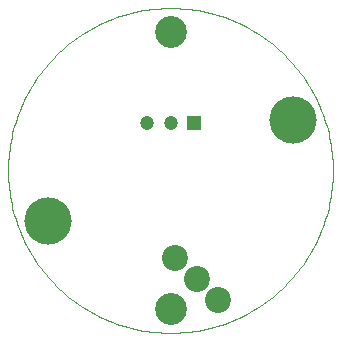
<source format=gbl>
G75*
%MOIN*%
%OFA0B0*%
%FSLAX25Y25*%
%IPPOS*%
%LPD*%
%AMOC8*
5,1,8,0,0,1.08239X$1,22.5*
%
%ADD10C,0.00000*%
%ADD11R,0.04724X0.04724*%
%ADD12C,0.04724*%
%ADD13C,0.08661*%
%ADD14C,0.10630*%
%ADD15C,0.15748*%
D10*
X0055134Y0001000D02*
X0053816Y0001016D01*
X0052498Y0001064D01*
X0051182Y0001144D01*
X0049869Y0001257D01*
X0048559Y0001401D01*
X0047252Y0001577D01*
X0045950Y0001785D01*
X0044654Y0002024D01*
X0043364Y0002295D01*
X0042080Y0002597D01*
X0040805Y0002931D01*
X0039538Y0003295D01*
X0038280Y0003690D01*
X0037033Y0004116D01*
X0035796Y0004572D01*
X0034570Y0005058D01*
X0033357Y0005573D01*
X0032156Y0006118D01*
X0030970Y0006693D01*
X0029797Y0007295D01*
X0028640Y0007926D01*
X0027498Y0008586D01*
X0026373Y0009272D01*
X0025265Y0009986D01*
X0024174Y0010727D01*
X0023102Y0011494D01*
X0022049Y0012287D01*
X0021015Y0013105D01*
X0020002Y0013949D01*
X0019009Y0014817D01*
X0018038Y0015708D01*
X0017089Y0016623D01*
X0016163Y0017561D01*
X0015259Y0018521D01*
X0014380Y0019503D01*
X0013524Y0020506D01*
X0012693Y0021529D01*
X0011887Y0022573D01*
X0011107Y0023636D01*
X0010353Y0024717D01*
X0009626Y0025817D01*
X0008926Y0026933D01*
X0008253Y0028067D01*
X0007607Y0029217D01*
X0006990Y0030382D01*
X0006402Y0031561D01*
X0005842Y0032755D01*
X0005312Y0033962D01*
X0004811Y0035181D01*
X0004340Y0036413D01*
X0003899Y0037655D01*
X0003489Y0038908D01*
X0003109Y0040170D01*
X0002760Y0041442D01*
X0002442Y0042721D01*
X0002156Y0044008D01*
X0001900Y0045301D01*
X0001677Y0046600D01*
X0001485Y0047905D01*
X0001325Y0049213D01*
X0001197Y0050525D01*
X0001100Y0051840D01*
X0001036Y0053157D01*
X0001004Y0054475D01*
X0001004Y0055793D01*
X0001036Y0057111D01*
X0001100Y0058428D01*
X0001197Y0059743D01*
X0001325Y0061055D01*
X0001485Y0062363D01*
X0001677Y0063668D01*
X0001900Y0064967D01*
X0002156Y0066260D01*
X0002442Y0067547D01*
X0002760Y0068826D01*
X0003109Y0070098D01*
X0003489Y0071360D01*
X0003899Y0072613D01*
X0004340Y0073855D01*
X0004811Y0075087D01*
X0005312Y0076306D01*
X0005842Y0077513D01*
X0006402Y0078707D01*
X0006990Y0079886D01*
X0007607Y0081051D01*
X0008253Y0082201D01*
X0008926Y0083335D01*
X0009626Y0084451D01*
X0010353Y0085551D01*
X0011107Y0086632D01*
X0011887Y0087695D01*
X0012693Y0088739D01*
X0013524Y0089762D01*
X0014380Y0090765D01*
X0015259Y0091747D01*
X0016163Y0092707D01*
X0017089Y0093645D01*
X0018038Y0094560D01*
X0019009Y0095451D01*
X0020002Y0096319D01*
X0021015Y0097163D01*
X0022049Y0097981D01*
X0023102Y0098774D01*
X0024174Y0099541D01*
X0025265Y0100282D01*
X0026373Y0100996D01*
X0027498Y0101682D01*
X0028640Y0102342D01*
X0029797Y0102973D01*
X0030970Y0103575D01*
X0032156Y0104150D01*
X0033357Y0104695D01*
X0034570Y0105210D01*
X0035796Y0105696D01*
X0037033Y0106152D01*
X0038280Y0106578D01*
X0039538Y0106973D01*
X0040805Y0107337D01*
X0042080Y0107671D01*
X0043364Y0107973D01*
X0044654Y0108244D01*
X0045950Y0108483D01*
X0047252Y0108691D01*
X0048559Y0108867D01*
X0049869Y0109011D01*
X0051182Y0109124D01*
X0052498Y0109204D01*
X0053816Y0109252D01*
X0055134Y0109268D01*
X0056452Y0109252D01*
X0057770Y0109204D01*
X0059086Y0109124D01*
X0060399Y0109011D01*
X0061709Y0108867D01*
X0063016Y0108691D01*
X0064318Y0108483D01*
X0065614Y0108244D01*
X0066904Y0107973D01*
X0068188Y0107671D01*
X0069463Y0107337D01*
X0070730Y0106973D01*
X0071988Y0106578D01*
X0073235Y0106152D01*
X0074472Y0105696D01*
X0075698Y0105210D01*
X0076911Y0104695D01*
X0078112Y0104150D01*
X0079298Y0103575D01*
X0080471Y0102973D01*
X0081628Y0102342D01*
X0082770Y0101682D01*
X0083895Y0100996D01*
X0085003Y0100282D01*
X0086094Y0099541D01*
X0087166Y0098774D01*
X0088219Y0097981D01*
X0089253Y0097163D01*
X0090266Y0096319D01*
X0091259Y0095451D01*
X0092230Y0094560D01*
X0093179Y0093645D01*
X0094105Y0092707D01*
X0095009Y0091747D01*
X0095888Y0090765D01*
X0096744Y0089762D01*
X0097575Y0088739D01*
X0098381Y0087695D01*
X0099161Y0086632D01*
X0099915Y0085551D01*
X0100642Y0084451D01*
X0101342Y0083335D01*
X0102015Y0082201D01*
X0102661Y0081051D01*
X0103278Y0079886D01*
X0103866Y0078707D01*
X0104426Y0077513D01*
X0104956Y0076306D01*
X0105457Y0075087D01*
X0105928Y0073855D01*
X0106369Y0072613D01*
X0106779Y0071360D01*
X0107159Y0070098D01*
X0107508Y0068826D01*
X0107826Y0067547D01*
X0108112Y0066260D01*
X0108368Y0064967D01*
X0108591Y0063668D01*
X0108783Y0062363D01*
X0108943Y0061055D01*
X0109071Y0059743D01*
X0109168Y0058428D01*
X0109232Y0057111D01*
X0109264Y0055793D01*
X0109264Y0054475D01*
X0109232Y0053157D01*
X0109168Y0051840D01*
X0109071Y0050525D01*
X0108943Y0049213D01*
X0108783Y0047905D01*
X0108591Y0046600D01*
X0108368Y0045301D01*
X0108112Y0044008D01*
X0107826Y0042721D01*
X0107508Y0041442D01*
X0107159Y0040170D01*
X0106779Y0038908D01*
X0106369Y0037655D01*
X0105928Y0036413D01*
X0105457Y0035181D01*
X0104956Y0033962D01*
X0104426Y0032755D01*
X0103866Y0031561D01*
X0103278Y0030382D01*
X0102661Y0029217D01*
X0102015Y0028067D01*
X0101342Y0026933D01*
X0100642Y0025817D01*
X0099915Y0024717D01*
X0099161Y0023636D01*
X0098381Y0022573D01*
X0097575Y0021529D01*
X0096744Y0020506D01*
X0095888Y0019503D01*
X0095009Y0018521D01*
X0094105Y0017561D01*
X0093179Y0016623D01*
X0092230Y0015708D01*
X0091259Y0014817D01*
X0090266Y0013949D01*
X0089253Y0013105D01*
X0088219Y0012287D01*
X0087166Y0011494D01*
X0086094Y0010727D01*
X0085003Y0009986D01*
X0083895Y0009272D01*
X0082770Y0008586D01*
X0081628Y0007926D01*
X0080471Y0007295D01*
X0079298Y0006693D01*
X0078112Y0006118D01*
X0076911Y0005573D01*
X0075698Y0005058D01*
X0074472Y0004572D01*
X0073235Y0004116D01*
X0071988Y0003690D01*
X0070730Y0003295D01*
X0069463Y0002931D01*
X0068188Y0002597D01*
X0066904Y0002295D01*
X0065614Y0002024D01*
X0064318Y0001785D01*
X0063016Y0001577D01*
X0061709Y0001401D01*
X0060399Y0001257D01*
X0059086Y0001144D01*
X0057770Y0001064D01*
X0056452Y0001016D01*
X0055134Y0001000D01*
D11*
X0063008Y0070882D03*
D12*
X0055134Y0070882D03*
X0047260Y0070882D03*
D13*
X0056724Y0025984D03*
X0063795Y0018913D03*
X0070866Y0011842D03*
D14*
X0055134Y0008874D03*
X0055134Y0101394D03*
D15*
X0014214Y0038184D03*
X0096054Y0072083D03*
M02*

</source>
